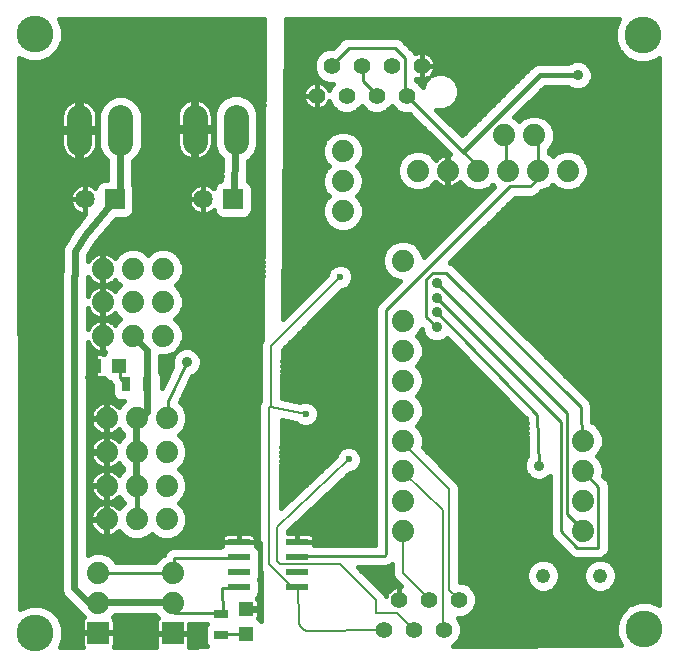
<source format=gtl>
G75*
%MOIN*%
%OFA0B0*%
%FSLAX24Y24*%
%IPPOS*%
%LPD*%
%AMOC8*
5,1,8,0,0,1.08239X$1,22.5*
%
%ADD10C,0.0480*%
%ADD11R,0.0780X0.0220*%
%ADD12C,0.0740*%
%ADD13C,0.0840*%
%ADD14R,0.0740X0.0740*%
%ADD15C,0.0560*%
%ADD16C,0.0650*%
%ADD17R,0.0650X0.0650*%
%ADD18R,0.0472X0.0472*%
%ADD19R,0.0472X0.0315*%
%ADD20R,0.0315X0.0472*%
%ADD21C,0.0100*%
%ADD22C,0.0360*%
%ADD23C,0.0240*%
%ADD24C,0.0079*%
%ADD25C,0.0236*%
%ADD26C,0.0160*%
%ADD27C,0.0354*%
%ADD28C,0.1227*%
D10*
X019080Y003175D03*
X020980Y003175D03*
D11*
X010875Y003300D03*
X010875Y003800D03*
X010875Y004300D03*
X010875Y002800D03*
X008935Y002800D03*
X008935Y003300D03*
X008935Y003800D03*
X008935Y004300D03*
D12*
X006730Y003250D03*
X006730Y002250D03*
X004255Y002275D03*
X004255Y003275D03*
X004530Y005050D03*
X005530Y005050D03*
X006530Y005050D03*
X006530Y006175D03*
X005530Y006175D03*
X004530Y006175D03*
X004530Y007300D03*
X005530Y007300D03*
X006530Y007300D03*
X006530Y008425D03*
X005530Y008425D03*
X004530Y008425D03*
X004405Y011175D03*
X005405Y011175D03*
X006405Y011175D03*
X006405Y012300D03*
X005405Y012300D03*
X004405Y012300D03*
X004405Y013400D03*
X005405Y013400D03*
X006405Y013400D03*
X012405Y015325D03*
X012405Y016325D03*
X012405Y017325D03*
X014905Y016675D03*
X015905Y016675D03*
X016905Y016675D03*
X017905Y016675D03*
X018905Y016675D03*
X019905Y016675D03*
X018780Y017850D03*
X017780Y017850D03*
X014405Y013675D03*
X014405Y011675D03*
X014405Y010675D03*
X014405Y009675D03*
X014405Y008675D03*
X014405Y007675D03*
X014405Y006675D03*
X014405Y005675D03*
X014405Y004675D03*
X020405Y004675D03*
X020405Y005675D03*
X020405Y006675D03*
X020405Y007675D03*
D13*
X008844Y017638D02*
X008844Y018478D01*
X007466Y018478D02*
X007466Y017638D01*
X004994Y017613D02*
X004994Y018453D01*
X003616Y018453D02*
X003616Y017613D01*
D14*
X004255Y001275D03*
X006730Y001250D03*
D15*
X013780Y001375D03*
X014780Y001375D03*
X015780Y001375D03*
X015280Y002375D03*
X014280Y002375D03*
X016280Y002375D03*
X014530Y019175D03*
X013530Y019175D03*
X012530Y019175D03*
X011530Y019175D03*
X012030Y020175D03*
X013030Y020175D03*
X014030Y020175D03*
X015030Y020175D03*
D16*
X007755Y015725D03*
X003805Y015725D03*
D17*
X004805Y015725D03*
X008755Y015725D03*
D18*
X004943Y010175D03*
X004117Y010175D03*
X009180Y002063D03*
X009180Y001236D03*
D19*
X008355Y001195D03*
X008355Y001904D03*
D20*
X005884Y009550D03*
X005176Y009550D03*
D21*
X005175Y009570D01*
X004965Y009780D01*
X004965Y010130D01*
X004943Y010175D01*
X005455Y011110D02*
X005405Y011175D01*
X005875Y009570D02*
X005884Y009550D01*
X005875Y009500D01*
X006575Y009010D02*
X006575Y008310D01*
X006530Y008425D01*
X006575Y009010D02*
X007200Y010285D01*
X005530Y008425D02*
X005525Y008240D01*
X005595Y008310D02*
X005530Y008425D01*
X005525Y007330D02*
X005530Y007300D01*
X005525Y007260D01*
X005525Y006210D02*
X005530Y006175D01*
X006785Y003760D02*
X006785Y003270D01*
X006730Y003250D01*
X006715Y003270D01*
X004265Y003270D01*
X004255Y003275D01*
X004265Y002290D02*
X004255Y002275D01*
X004195Y002290D01*
X006715Y002290D02*
X006730Y002250D01*
X006785Y002220D01*
X006785Y001940D01*
X008325Y001940D01*
X008355Y001904D01*
X008395Y001940D01*
X008385Y002755D01*
X008885Y002780D01*
X008935Y002800D01*
X008885Y003760D02*
X008935Y003800D01*
X008885Y003760D02*
X006785Y003760D01*
X008395Y001240D02*
X008355Y001195D01*
X008395Y001240D02*
X009165Y001240D01*
X009180Y001236D01*
X010875Y003800D02*
X010915Y003830D01*
X013735Y003830D01*
X013756Y003832D01*
X013776Y003837D01*
X013795Y003846D01*
X013812Y003858D01*
X013827Y003873D01*
X013839Y003890D01*
X013848Y003909D01*
X013853Y003929D01*
X013855Y003950D01*
X013855Y012020D01*
X017985Y016150D01*
X018650Y016150D01*
X018895Y016395D01*
X018895Y016640D01*
X018905Y016675D01*
X018895Y016710D01*
X018895Y017550D01*
X018825Y017620D01*
X018780Y017850D01*
X017845Y017620D02*
X017780Y017850D01*
X017845Y017620D02*
X017845Y016710D01*
X017905Y016675D01*
X016905Y016675D02*
X016865Y016710D01*
X016865Y016850D01*
X016410Y017305D01*
X016445Y017340D01*
X016410Y017305D02*
X014555Y019160D01*
X014530Y019175D01*
X014485Y019230D01*
X014485Y020423D01*
X014139Y020770D01*
X012595Y020770D01*
X012035Y020210D01*
X012030Y020175D01*
X013030Y020175D02*
X013085Y020140D01*
X013085Y019650D01*
X013505Y019230D01*
X013530Y019175D01*
X008844Y018058D02*
X008815Y017550D01*
X015185Y013070D02*
X015397Y013275D01*
X015852Y013272D01*
X020351Y008800D01*
X020365Y007680D01*
X020405Y007675D01*
X019665Y008310D02*
X019665Y004670D01*
X020225Y004110D01*
X020925Y004110D01*
X020925Y006140D01*
X020435Y006630D01*
X020405Y006675D01*
X018940Y006845D02*
X018890Y008545D01*
X015535Y011950D01*
X015185Y011810D02*
X015185Y013070D01*
X015535Y012930D02*
X019875Y008590D01*
X019875Y005230D01*
X020365Y004740D01*
X020405Y004675D01*
X019665Y008310D02*
X015535Y012440D01*
X015185Y011810D02*
X015535Y011460D01*
D22*
X015535Y011460D03*
X015535Y011950D03*
X015535Y012440D03*
X015535Y012930D03*
X018940Y006845D03*
X007200Y010285D03*
X020230Y019860D03*
D23*
X020215Y019875D01*
X008815Y017550D02*
X008790Y015735D01*
X008755Y015725D01*
X004969Y015614D02*
X004805Y015725D01*
X003830Y014550D01*
X003480Y014000D01*
X003480Y013200D01*
X003455Y013175D01*
X003455Y002750D01*
X003915Y002290D01*
X004270Y002290D01*
X004255Y002275D01*
X004270Y002290D02*
X006715Y002290D01*
X005530Y006175D02*
X005525Y006180D01*
X005525Y006284D01*
X005525Y007260D01*
X005530Y007300D02*
X005525Y007305D01*
X005525Y008240D01*
X005530Y008425D02*
X005875Y008645D01*
X005875Y009500D01*
X005875Y010705D01*
X005405Y011175D01*
X004969Y015614D02*
X004994Y018033D01*
D24*
X010005Y010830D02*
X012315Y013140D01*
X010005Y010830D02*
X010005Y008800D01*
X011164Y008566D01*
X010005Y008800D02*
X009935Y008800D01*
X009935Y003550D01*
X010635Y002850D01*
X010845Y002850D01*
X010875Y002800D01*
X010915Y002780D01*
X010940Y001686D01*
X010942Y001649D01*
X010948Y001612D01*
X010957Y001576D01*
X010971Y001541D01*
X010988Y001507D01*
X011008Y001476D01*
X011032Y001447D01*
X011058Y001421D01*
X011087Y001397D01*
X011119Y001377D01*
X011152Y001360D01*
X011187Y001346D01*
X011223Y001337D01*
X011260Y001331D01*
X011297Y001329D01*
X011297Y001330D02*
X013715Y001380D01*
X013780Y001375D01*
X013505Y001940D02*
X013505Y002360D01*
X012315Y003550D01*
X010407Y003550D01*
X010407Y003549D02*
X010381Y003551D01*
X010355Y003556D01*
X010330Y003564D01*
X010306Y003576D01*
X010284Y003591D01*
X010264Y003608D01*
X010247Y003628D01*
X010232Y003650D01*
X010220Y003674D01*
X010212Y003699D01*
X010207Y003725D01*
X010205Y003751D01*
X010205Y004810D01*
X012595Y007050D01*
X014405Y006675D02*
X014415Y006630D01*
X015745Y005350D01*
X015745Y001430D01*
X015780Y001375D01*
X014780Y001375D02*
X014765Y001380D01*
X014205Y001940D01*
X013505Y001940D01*
X014415Y003270D02*
X014415Y004670D01*
X014405Y004675D01*
X014415Y003270D02*
X015255Y002430D01*
X015280Y002375D01*
X015955Y002710D02*
X015955Y006070D01*
X014415Y007610D01*
X014405Y007675D01*
X015955Y002710D02*
X016235Y002430D01*
X016280Y002375D01*
X009218Y002025D02*
X009165Y002080D01*
X009180Y002063D01*
X004530Y007300D02*
X004545Y007330D01*
X015030Y020175D02*
X015045Y020210D01*
X015030Y020175D01*
X015030Y020175D01*
D25*
X012315Y013140D03*
X011164Y008566D03*
X012595Y007050D03*
D26*
X012234Y007308D02*
X010358Y007308D01*
X010356Y007150D02*
X012162Y007150D01*
X012157Y007137D02*
X012157Y007132D01*
X010336Y005425D01*
X010370Y008360D01*
X010847Y008263D01*
X010916Y008195D01*
X011077Y008128D01*
X011251Y008128D01*
X011412Y008195D01*
X011536Y008318D01*
X011602Y008479D01*
X011602Y008653D01*
X011536Y008814D01*
X011412Y008938D01*
X011251Y009004D01*
X011077Y009004D01*
X010989Y008968D01*
X010379Y009091D01*
X010398Y010714D01*
X012385Y012702D01*
X012402Y012702D01*
X012563Y012768D01*
X012686Y012892D01*
X012753Y013053D01*
X012753Y013227D01*
X012686Y013388D01*
X012563Y013511D01*
X012402Y013578D01*
X012228Y013578D01*
X012067Y013511D01*
X011944Y013388D01*
X011877Y013227D01*
X011877Y013210D01*
X010409Y011742D01*
X010525Y021726D01*
X021613Y021726D01*
X021472Y021385D01*
X021472Y021014D01*
X021614Y020671D01*
X021876Y020409D01*
X022219Y020266D01*
X022591Y020266D01*
X022934Y020409D01*
X022955Y020430D01*
X022955Y002203D01*
X022641Y002333D01*
X022269Y002333D01*
X021926Y002191D01*
X021664Y001929D01*
X021522Y001585D01*
X021522Y001214D01*
X021664Y000871D01*
X021670Y000864D01*
X016069Y000845D01*
X016120Y000866D01*
X016289Y001035D01*
X016380Y001255D01*
X016380Y001494D01*
X016289Y001715D01*
X016229Y001775D01*
X016399Y001775D01*
X016620Y001866D01*
X016789Y002035D01*
X016880Y002255D01*
X016880Y002494D01*
X016789Y002715D01*
X016620Y002883D01*
X016399Y002975D01*
X016314Y002975D01*
X016314Y006141D01*
X016260Y006273D01*
X015066Y007467D01*
X015095Y007538D01*
X015095Y007812D01*
X014990Y008066D01*
X014881Y008175D01*
X014990Y008284D01*
X015095Y008538D01*
X015095Y008812D01*
X014990Y009066D01*
X014881Y009175D01*
X014990Y009284D01*
X015095Y009538D01*
X015095Y009812D01*
X014990Y010066D01*
X014881Y010175D01*
X014990Y010284D01*
X015095Y010538D01*
X015095Y010812D01*
X014990Y011066D01*
X014881Y011175D01*
X014990Y011284D01*
X015035Y011393D01*
X015035Y011360D01*
X015111Y011177D01*
X015252Y011036D01*
X015436Y010960D01*
X015634Y010960D01*
X015818Y011036D01*
X015867Y011085D01*
X018524Y008389D01*
X018560Y007172D01*
X018516Y007128D01*
X018440Y006944D01*
X018440Y006745D01*
X018516Y006562D01*
X018657Y006421D01*
X018841Y006345D01*
X019039Y006345D01*
X019223Y006421D01*
X019295Y006493D01*
X019295Y004596D01*
X019351Y004460D01*
X019911Y003900D01*
X020015Y003796D01*
X020151Y003740D01*
X020999Y003740D01*
X021135Y003796D01*
X021239Y003900D01*
X021295Y004036D01*
X021295Y006213D01*
X021239Y006349D01*
X021082Y006506D01*
X021095Y006538D01*
X021095Y006812D01*
X020990Y007066D01*
X020881Y007175D01*
X020990Y007284D01*
X021095Y007538D01*
X021095Y007812D01*
X020990Y008066D01*
X020796Y008260D01*
X020727Y008288D01*
X020721Y008803D01*
X020721Y008874D01*
X020720Y008876D01*
X020720Y008878D01*
X020692Y008944D01*
X020664Y009010D01*
X020663Y009012D01*
X020662Y009013D01*
X020611Y009063D01*
X016114Y013533D01*
X016064Y013584D01*
X016062Y013585D01*
X016061Y013586D01*
X015994Y013614D01*
X015979Y013620D01*
X018138Y015780D01*
X018724Y015780D01*
X018860Y015836D01*
X018964Y015940D01*
X019008Y015985D01*
X019042Y015985D01*
X019296Y016090D01*
X019405Y016199D01*
X019514Y016090D01*
X019768Y015985D01*
X020042Y015985D01*
X020296Y016090D01*
X020490Y016284D01*
X020595Y016538D01*
X020595Y016812D01*
X020490Y017066D01*
X020296Y017260D01*
X020042Y017365D01*
X019768Y017365D01*
X019514Y017260D01*
X019405Y017151D01*
X019296Y017260D01*
X019265Y017273D01*
X019265Y017359D01*
X019365Y017459D01*
X019470Y017713D01*
X019470Y017987D01*
X019365Y018241D01*
X019171Y018435D01*
X018917Y018540D01*
X018643Y018540D01*
X018389Y018435D01*
X018280Y018326D01*
X018171Y018435D01*
X018125Y018454D01*
X019131Y019460D01*
X019923Y019460D01*
X019947Y019436D01*
X020131Y019360D01*
X020329Y019360D01*
X020513Y019436D01*
X020654Y019577D01*
X020730Y019760D01*
X020730Y019959D01*
X020654Y020143D01*
X020513Y020284D01*
X020329Y020360D01*
X020131Y020360D01*
X019947Y020284D01*
X019923Y020260D01*
X018885Y020260D01*
X018738Y020199D01*
X018626Y020086D01*
X016389Y017849D01*
X015527Y018711D01*
X015545Y018703D01*
X015790Y018703D01*
X016016Y018797D01*
X016189Y018970D01*
X016283Y019196D01*
X016283Y019441D01*
X016189Y019667D01*
X016016Y019840D01*
X015790Y019934D01*
X015545Y019934D01*
X015365Y019859D01*
X015381Y019875D01*
X015423Y019934D01*
X015456Y019998D01*
X015479Y020067D01*
X015490Y020139D01*
X015490Y020175D01*
X015490Y020211D01*
X015479Y020283D01*
X015456Y020351D01*
X015423Y020416D01*
X015381Y020474D01*
X015330Y020526D01*
X015271Y020568D01*
X015207Y020601D01*
X015138Y020623D01*
X015066Y020635D01*
X015030Y020635D01*
X014994Y020635D01*
X014922Y020623D01*
X014853Y020601D01*
X014819Y020584D01*
X014799Y020633D01*
X014348Y021083D01*
X014212Y021140D01*
X012521Y021140D01*
X012385Y021083D01*
X012077Y020775D01*
X011911Y020775D01*
X011690Y020683D01*
X011521Y020515D01*
X011430Y020294D01*
X011430Y020055D01*
X011521Y019835D01*
X011690Y019666D01*
X011911Y019575D01*
X012081Y019575D01*
X012021Y019515D01*
X011955Y019354D01*
X011923Y019416D01*
X011881Y019474D01*
X011830Y019526D01*
X011771Y019568D01*
X011707Y019601D01*
X011638Y019623D01*
X011566Y019635D01*
X011530Y019635D01*
X011494Y019635D01*
X011422Y019623D01*
X011353Y019601D01*
X011289Y019568D01*
X011230Y019526D01*
X011179Y019474D01*
X011137Y019416D01*
X011104Y019351D01*
X011081Y019283D01*
X011070Y019211D01*
X011070Y019175D01*
X011530Y019175D01*
X011530Y019635D01*
X011530Y019175D01*
X011530Y019175D01*
X011530Y019175D01*
X011070Y019175D01*
X011070Y019139D01*
X011081Y019067D01*
X011104Y018998D01*
X011137Y018934D01*
X011179Y018875D01*
X011230Y018824D01*
X011289Y018781D01*
X011353Y018749D01*
X011422Y018726D01*
X011494Y018715D01*
X011530Y018715D01*
X011566Y018715D01*
X011638Y018726D01*
X011707Y018749D01*
X011771Y018781D01*
X011830Y018824D01*
X011881Y018875D01*
X011923Y018934D01*
X011955Y018995D01*
X012021Y018835D01*
X012190Y018666D01*
X012411Y018575D01*
X012649Y018575D01*
X012870Y018666D01*
X013030Y018826D01*
X013190Y018666D01*
X013411Y018575D01*
X013649Y018575D01*
X013870Y018666D01*
X014030Y018826D01*
X014190Y018666D01*
X014411Y018575D01*
X014617Y018575D01*
X015970Y017221D01*
X015948Y017225D01*
X015925Y017225D01*
X015925Y016695D01*
X015885Y016695D01*
X015885Y017225D01*
X015862Y017225D01*
X015776Y017211D01*
X015694Y017185D01*
X015617Y017145D01*
X015547Y017094D01*
X015498Y017046D01*
X015490Y017066D01*
X015296Y017260D01*
X015042Y017365D01*
X014768Y017365D01*
X014514Y017260D01*
X014320Y017066D01*
X014215Y016812D01*
X014215Y016538D01*
X014320Y016284D01*
X014514Y016090D01*
X014768Y015985D01*
X015042Y015985D01*
X015296Y016090D01*
X015490Y016284D01*
X015498Y016304D01*
X015547Y016255D01*
X015617Y016204D01*
X015694Y016165D01*
X015776Y016138D01*
X015862Y016125D01*
X015885Y016125D01*
X015885Y016655D01*
X015925Y016655D01*
X015925Y016125D01*
X015948Y016125D01*
X016034Y016138D01*
X016116Y016165D01*
X016193Y016204D01*
X016263Y016255D01*
X016312Y016304D01*
X016320Y016284D01*
X016514Y016090D01*
X016768Y015985D01*
X017042Y015985D01*
X017296Y016090D01*
X017405Y016199D01*
X017458Y016146D01*
X015095Y013783D01*
X015095Y013812D01*
X014990Y014066D01*
X014796Y014260D01*
X014542Y014365D01*
X014268Y014365D01*
X014014Y014260D01*
X013820Y014066D01*
X013715Y013812D01*
X013715Y013538D01*
X013820Y013284D01*
X014014Y013090D01*
X014268Y012985D01*
X014297Y012985D01*
X013541Y012229D01*
X013485Y012093D01*
X013485Y004200D01*
X011445Y004200D01*
X011445Y004300D01*
X011445Y004434D01*
X011433Y004479D01*
X011409Y004520D01*
X011376Y004554D01*
X011334Y004578D01*
X011289Y004590D01*
X010875Y004590D01*
X010564Y004590D01*
X010564Y004654D01*
X012653Y006612D01*
X012682Y006612D01*
X012843Y006678D01*
X012966Y006802D01*
X013033Y006963D01*
X013033Y007137D01*
X012966Y007298D01*
X012843Y007421D01*
X012682Y007488D01*
X012508Y007488D01*
X012347Y007421D01*
X012224Y007298D01*
X012157Y007137D01*
X012007Y006991D02*
X010354Y006991D01*
X010353Y006833D02*
X011838Y006833D01*
X011669Y006674D02*
X010351Y006674D01*
X010349Y006516D02*
X011500Y006516D01*
X011331Y006357D02*
X010347Y006357D01*
X010345Y006199D02*
X011162Y006199D01*
X010992Y006040D02*
X010343Y006040D01*
X010342Y005882D02*
X010823Y005882D01*
X010654Y005723D02*
X010340Y005723D01*
X010338Y005565D02*
X010485Y005565D01*
X011029Y005089D02*
X013485Y005089D01*
X013485Y004931D02*
X010860Y004931D01*
X010691Y004772D02*
X013485Y004772D01*
X013485Y004614D02*
X010564Y004614D01*
X010875Y004590D02*
X010875Y004300D01*
X010875Y004300D01*
X010875Y004590D01*
X010875Y004455D02*
X010875Y004455D01*
X010875Y004300D02*
X011445Y004300D01*
X010875Y004300D01*
X010875Y004300D01*
X011445Y004297D02*
X013485Y004297D01*
X013485Y004455D02*
X011439Y004455D01*
X011198Y005248D02*
X013485Y005248D01*
X013485Y005406D02*
X011367Y005406D01*
X011536Y005565D02*
X013485Y005565D01*
X013485Y005723D02*
X011705Y005723D01*
X011874Y005882D02*
X013485Y005882D01*
X013485Y006040D02*
X012043Y006040D01*
X012213Y006199D02*
X013485Y006199D01*
X013485Y006357D02*
X012382Y006357D01*
X012551Y006516D02*
X013485Y006516D01*
X013485Y006674D02*
X012833Y006674D01*
X012979Y006833D02*
X013485Y006833D01*
X013485Y006991D02*
X013033Y006991D01*
X013028Y007150D02*
X013485Y007150D01*
X013485Y007308D02*
X012956Y007308D01*
X012733Y007467D02*
X013485Y007467D01*
X013485Y007625D02*
X010362Y007625D01*
X010360Y007467D02*
X012457Y007467D01*
X013485Y007784D02*
X010364Y007784D01*
X010365Y007942D02*
X013485Y007942D01*
X013485Y008101D02*
X010367Y008101D01*
X010369Y008259D02*
X010851Y008259D01*
X011477Y008259D02*
X013485Y008259D01*
X013485Y008418D02*
X011577Y008418D01*
X011602Y008576D02*
X013485Y008576D01*
X013485Y008735D02*
X011569Y008735D01*
X011457Y008893D02*
X013485Y008893D01*
X013485Y009052D02*
X010574Y009052D01*
X010380Y009210D02*
X013485Y009210D01*
X013485Y009369D02*
X010382Y009369D01*
X010384Y009527D02*
X013485Y009527D01*
X013485Y009686D02*
X010386Y009686D01*
X010387Y009844D02*
X013485Y009844D01*
X013485Y010003D02*
X010389Y010003D01*
X010391Y010161D02*
X013485Y010161D01*
X013485Y010320D02*
X010393Y010320D01*
X010395Y010478D02*
X013485Y010478D01*
X013485Y010637D02*
X010397Y010637D01*
X010479Y010795D02*
X013485Y010795D01*
X013485Y010954D02*
X010637Y010954D01*
X010796Y011112D02*
X013485Y011112D01*
X013485Y011271D02*
X010954Y011271D01*
X011113Y011429D02*
X013485Y011429D01*
X013485Y011588D02*
X011271Y011588D01*
X011430Y011746D02*
X013485Y011746D01*
X013485Y011905D02*
X011588Y011905D01*
X011747Y012063D02*
X013485Y012063D01*
X013538Y012222D02*
X011905Y012222D01*
X012064Y012380D02*
X013692Y012380D01*
X013851Y012539D02*
X012222Y012539D01*
X012381Y012697D02*
X014009Y012697D01*
X014168Y012856D02*
X012651Y012856D01*
X012737Y013014D02*
X014196Y013014D01*
X013931Y013173D02*
X012753Y013173D01*
X012710Y013331D02*
X013800Y013331D01*
X013735Y013490D02*
X012585Y013490D01*
X012045Y013490D02*
X010430Y013490D01*
X010431Y013648D02*
X013715Y013648D01*
X013715Y013807D02*
X010433Y013807D01*
X010435Y013965D02*
X013778Y013965D01*
X013878Y014124D02*
X010437Y014124D01*
X010439Y014282D02*
X014069Y014282D01*
X014741Y014282D02*
X015594Y014282D01*
X015436Y014124D02*
X014932Y014124D01*
X015032Y013965D02*
X015277Y013965D01*
X015119Y013807D02*
X015095Y013807D01*
X015753Y014441D02*
X010441Y014441D01*
X010442Y014599D02*
X015911Y014599D01*
X016070Y014758D02*
X012814Y014758D01*
X012796Y014740D02*
X012990Y014934D01*
X013095Y015188D01*
X013095Y015462D01*
X012990Y015716D01*
X012881Y015825D01*
X012990Y015934D01*
X013095Y016188D01*
X013095Y016462D01*
X012990Y016716D01*
X012881Y016825D01*
X012990Y016934D01*
X013095Y017188D01*
X013095Y017462D01*
X012990Y017716D01*
X012796Y017910D01*
X012542Y018015D01*
X012268Y018015D01*
X012014Y017910D01*
X011820Y017716D01*
X011715Y017462D01*
X011715Y017188D01*
X011820Y016934D01*
X011929Y016825D01*
X011820Y016716D01*
X011715Y016462D01*
X011715Y016188D01*
X011820Y015934D01*
X011929Y015825D01*
X011820Y015716D01*
X011715Y015462D01*
X011715Y015188D01*
X011820Y014934D01*
X012014Y014740D01*
X012268Y014635D01*
X012542Y014635D01*
X012796Y014740D01*
X012972Y014916D02*
X016228Y014916D01*
X016387Y015075D02*
X013048Y015075D01*
X013095Y015233D02*
X016545Y015233D01*
X016704Y015392D02*
X013095Y015392D01*
X013058Y015550D02*
X016862Y015550D01*
X017021Y015709D02*
X012993Y015709D01*
X012923Y015867D02*
X017179Y015867D01*
X017141Y016026D02*
X017338Y016026D01*
X017390Y016184D02*
X017420Y016184D01*
X016669Y016026D02*
X015141Y016026D01*
X015390Y016184D02*
X015656Y016184D01*
X015885Y016184D02*
X015925Y016184D01*
X015925Y016343D02*
X015885Y016343D01*
X015885Y016501D02*
X015925Y016501D01*
X015925Y016818D02*
X015885Y016818D01*
X015885Y016977D02*
X015925Y016977D01*
X015925Y017135D02*
X015885Y017135D01*
X015898Y017294D02*
X015214Y017294D01*
X015420Y017135D02*
X015603Y017135D01*
X015739Y017452D02*
X013095Y017452D01*
X013095Y017294D02*
X014596Y017294D01*
X014390Y017135D02*
X013073Y017135D01*
X013008Y016977D02*
X014283Y016977D01*
X014218Y016818D02*
X012887Y016818D01*
X013013Y016660D02*
X014215Y016660D01*
X014230Y016501D02*
X013079Y016501D01*
X013095Y016343D02*
X014296Y016343D01*
X014420Y016184D02*
X013094Y016184D01*
X013028Y016026D02*
X014669Y016026D01*
X016154Y016184D02*
X016420Y016184D01*
X017433Y015075D02*
X022955Y015075D01*
X022955Y015233D02*
X017592Y015233D01*
X017750Y015392D02*
X022955Y015392D01*
X022955Y015550D02*
X017909Y015550D01*
X018067Y015709D02*
X022955Y015709D01*
X022955Y015867D02*
X018891Y015867D01*
X019141Y016026D02*
X019669Y016026D01*
X019420Y016184D02*
X019390Y016184D01*
X020141Y016026D02*
X022955Y016026D01*
X022955Y016184D02*
X020390Y016184D01*
X020514Y016343D02*
X022955Y016343D01*
X022955Y016501D02*
X020580Y016501D01*
X020595Y016660D02*
X022955Y016660D01*
X022955Y016818D02*
X020592Y016818D01*
X020527Y016977D02*
X022955Y016977D01*
X022955Y017135D02*
X020420Y017135D01*
X020214Y017294D02*
X022955Y017294D01*
X022955Y017452D02*
X019358Y017452D01*
X019428Y017611D02*
X022955Y017611D01*
X022955Y017769D02*
X019470Y017769D01*
X019470Y017928D02*
X022955Y017928D01*
X022955Y018086D02*
X019429Y018086D01*
X019361Y018245D02*
X022955Y018245D01*
X022955Y018403D02*
X019202Y018403D01*
X018550Y018879D02*
X022955Y018879D01*
X022955Y019037D02*
X018708Y019037D01*
X018867Y019196D02*
X022955Y019196D01*
X022955Y019354D02*
X019025Y019354D01*
X018965Y019860D02*
X020230Y019860D01*
X020693Y019671D02*
X022955Y019671D01*
X022955Y019513D02*
X020590Y019513D01*
X020730Y019830D02*
X022955Y019830D01*
X022955Y019988D02*
X020718Y019988D01*
X020650Y020147D02*
X022955Y020147D01*
X022955Y020305D02*
X022685Y020305D01*
X022125Y020305D02*
X020461Y020305D01*
X019999Y020305D02*
X015471Y020305D01*
X015490Y020175D02*
X015030Y020175D01*
X015030Y020635D01*
X015030Y020175D01*
X015030Y020175D01*
X015030Y020175D01*
X015490Y020175D01*
X015490Y020147D02*
X018686Y020147D01*
X018528Y019988D02*
X015451Y019988D01*
X015250Y019770D02*
X015146Y019667D01*
X015061Y019461D01*
X015039Y019515D01*
X014870Y019683D01*
X014855Y019690D01*
X014855Y019748D01*
X014922Y019726D01*
X014994Y019715D01*
X015030Y019715D01*
X015066Y019715D01*
X015138Y019726D01*
X015207Y019749D01*
X015250Y019770D01*
X015151Y019671D02*
X014882Y019671D01*
X015030Y019715D02*
X015030Y020175D01*
X015030Y019715D01*
X015030Y019830D02*
X015030Y019830D01*
X015030Y019988D02*
X015030Y019988D01*
X015030Y020147D02*
X015030Y020147D01*
X015030Y020175D02*
X015030Y020175D01*
X015030Y020305D02*
X015030Y020305D01*
X015030Y020464D02*
X015030Y020464D01*
X015030Y020622D02*
X015030Y020622D01*
X014919Y020622D02*
X014803Y020622D01*
X014651Y020781D02*
X021568Y020781D01*
X021503Y020939D02*
X014492Y020939D01*
X014313Y021098D02*
X021472Y021098D01*
X021472Y021256D02*
X010519Y021256D01*
X010518Y021098D02*
X012420Y021098D01*
X012241Y020939D02*
X010516Y020939D01*
X010514Y020781D02*
X012083Y020781D01*
X011629Y020622D02*
X010512Y020622D01*
X010510Y020464D02*
X011500Y020464D01*
X011435Y020305D02*
X010508Y020305D01*
X010507Y020147D02*
X011430Y020147D01*
X011458Y019988D02*
X010505Y019988D01*
X010503Y019830D02*
X011526Y019830D01*
X011685Y019671D02*
X010501Y019671D01*
X010499Y019513D02*
X011218Y019513D01*
X011105Y019354D02*
X010497Y019354D01*
X010496Y019196D02*
X011070Y019196D01*
X011091Y019037D02*
X010494Y019037D01*
X010492Y018879D02*
X011176Y018879D01*
X011459Y018720D02*
X010490Y018720D01*
X010488Y018562D02*
X014630Y018562D01*
X014788Y018403D02*
X010486Y018403D01*
X010485Y018245D02*
X014947Y018245D01*
X015105Y018086D02*
X010483Y018086D01*
X010481Y017928D02*
X012058Y017928D01*
X011874Y017769D02*
X010479Y017769D01*
X010477Y017611D02*
X011777Y017611D01*
X011715Y017452D02*
X010475Y017452D01*
X010474Y017294D02*
X011715Y017294D01*
X011737Y017135D02*
X010472Y017135D01*
X010470Y016977D02*
X011802Y016977D01*
X011923Y016818D02*
X010468Y016818D01*
X010466Y016660D02*
X011797Y016660D01*
X011731Y016501D02*
X010464Y016501D01*
X010463Y016343D02*
X011715Y016343D01*
X011716Y016184D02*
X010461Y016184D01*
X010459Y016026D02*
X011782Y016026D01*
X011887Y015867D02*
X010457Y015867D01*
X010455Y015709D02*
X011817Y015709D01*
X011752Y015550D02*
X010453Y015550D01*
X010452Y015392D02*
X011715Y015392D01*
X011715Y015233D02*
X010450Y015233D01*
X010448Y015075D02*
X011762Y015075D01*
X011838Y014916D02*
X010446Y014916D01*
X010444Y014758D02*
X011996Y014758D01*
X011920Y013331D02*
X010428Y013331D01*
X010426Y013173D02*
X011840Y013173D01*
X011681Y013014D02*
X010424Y013014D01*
X010422Y012856D02*
X011523Y012856D01*
X011364Y012697D02*
X010420Y012697D01*
X010419Y012539D02*
X011206Y012539D01*
X011047Y012380D02*
X010417Y012380D01*
X010415Y012222D02*
X010889Y012222D01*
X010730Y012063D02*
X010413Y012063D01*
X010411Y011905D02*
X010572Y011905D01*
X010413Y011746D02*
X010409Y011746D01*
X009720Y011746D02*
X006827Y011746D01*
X006818Y011737D02*
X006990Y011909D01*
X007095Y012163D01*
X007095Y012437D01*
X006990Y012691D01*
X006831Y012850D01*
X006990Y013009D01*
X007095Y013263D01*
X007095Y013537D01*
X006990Y013791D01*
X006796Y013985D01*
X006542Y014090D01*
X006268Y014090D01*
X006014Y013985D01*
X005905Y013876D01*
X005796Y013985D01*
X005542Y014090D01*
X005268Y014090D01*
X005014Y013985D01*
X004820Y013791D01*
X004812Y013771D01*
X004763Y013819D01*
X004693Y013870D01*
X004616Y013910D01*
X004534Y013936D01*
X004448Y013950D01*
X004425Y013950D01*
X004425Y013420D01*
X004385Y013420D01*
X004385Y013950D01*
X004362Y013950D01*
X004276Y013936D01*
X004194Y013910D01*
X004117Y013870D01*
X004047Y013819D01*
X003985Y013758D01*
X003935Y013688D01*
X003920Y013659D01*
X003920Y013872D01*
X004186Y014290D01*
X004842Y015080D01*
X005194Y015080D01*
X005311Y015129D01*
X005401Y015219D01*
X005450Y015336D01*
X005450Y016113D01*
X005415Y016198D01*
X005423Y016996D01*
X005621Y017194D01*
X005734Y017466D01*
X005734Y018600D01*
X005621Y018872D01*
X005413Y019080D01*
X005141Y019193D01*
X004847Y019193D01*
X004575Y019080D01*
X004367Y018872D01*
X004254Y018600D01*
X004254Y017466D01*
X004367Y017194D01*
X004543Y017017D01*
X004537Y016370D01*
X004416Y016370D01*
X004299Y016321D01*
X004209Y016231D01*
X004160Y016113D01*
X004160Y016084D01*
X004134Y016110D01*
X004070Y016157D01*
X003999Y016193D01*
X003923Y016217D01*
X003845Y016230D01*
X003805Y016230D01*
X003765Y016230D01*
X003687Y016217D01*
X003611Y016193D01*
X003540Y016157D01*
X003476Y016110D01*
X003420Y016054D01*
X003373Y015989D01*
X003337Y015919D01*
X003312Y015843D01*
X003300Y015765D01*
X003300Y015725D01*
X003805Y015725D01*
X003805Y016230D01*
X003805Y015725D01*
X003805Y015725D01*
X003805Y015725D01*
X003300Y015725D01*
X003300Y015685D01*
X003312Y015607D01*
X003337Y015531D01*
X003373Y015460D01*
X003420Y015396D01*
X003476Y015340D01*
X003540Y015293D01*
X003611Y015257D01*
X003687Y015232D01*
X003765Y015220D01*
X003805Y015220D01*
X003814Y015220D01*
X003529Y014876D01*
X003506Y014860D01*
X003474Y014809D01*
X003436Y014763D01*
X003427Y014736D01*
X003135Y014277D01*
X003107Y014249D01*
X003088Y014204D01*
X003062Y014162D01*
X003055Y014124D01*
X001634Y014124D01*
X001634Y014282D02*
X003138Y014282D01*
X003055Y014124D02*
X003040Y014087D01*
X003040Y014038D01*
X003031Y013990D01*
X003040Y013952D01*
X003040Y013323D01*
X003015Y013262D01*
X003015Y002662D01*
X003082Y002501D01*
X003206Y002377D01*
X003650Y001933D01*
X003670Y001884D01*
X003770Y001784D01*
X003741Y001755D01*
X003717Y001714D01*
X003705Y001669D01*
X003705Y001295D01*
X004235Y001295D01*
X004235Y001255D01*
X003705Y001255D01*
X003705Y000881D01*
X003717Y000835D01*
X003736Y000803D01*
X002969Y000800D01*
X003088Y001089D01*
X003088Y001460D01*
X002946Y001804D01*
X002684Y002066D01*
X002341Y002208D01*
X001969Y002208D01*
X001648Y002075D01*
X001627Y020423D01*
X001944Y020291D01*
X002316Y020291D01*
X002659Y020434D01*
X002921Y020696D01*
X003063Y021039D01*
X003063Y021410D01*
X002933Y021726D01*
X009777Y021726D01*
X009716Y011049D01*
X009700Y011033D01*
X009646Y010901D01*
X009646Y009019D01*
X009630Y009003D01*
X009576Y008871D01*
X009576Y004112D01*
X009506Y004181D01*
X009505Y004182D01*
X009505Y004300D01*
X009505Y004434D01*
X009493Y004479D01*
X009469Y004520D01*
X009436Y004554D01*
X009394Y004578D01*
X009349Y004590D01*
X008935Y004590D01*
X008521Y004590D01*
X008476Y004578D01*
X008434Y004554D01*
X008401Y004520D01*
X008377Y004479D01*
X008365Y004434D01*
X008365Y004300D01*
X008935Y004300D01*
X008935Y004590D01*
X008935Y004300D01*
X008935Y004300D01*
X008935Y004300D01*
X009505Y004300D01*
X008935Y004300D01*
X008935Y004300D01*
X009455Y004300D01*
X009505Y004350D01*
X009505Y004297D02*
X009576Y004297D01*
X009505Y004350D02*
X009528Y004348D01*
X009551Y004343D01*
X009573Y004334D01*
X009593Y004321D01*
X009611Y004306D01*
X009626Y004288D01*
X009639Y004268D01*
X009648Y004246D01*
X009653Y004223D01*
X009655Y004200D01*
X009655Y003325D01*
X009645Y003332D02*
X009671Y003305D01*
X009662Y001679D01*
X009597Y001744D01*
X009580Y001751D01*
X009584Y001757D01*
X009596Y001803D01*
X009596Y002025D01*
X009218Y002025D01*
X009218Y002101D01*
X009596Y002101D01*
X009596Y002323D01*
X009584Y002369D01*
X009560Y002410D01*
X009529Y002441D01*
X009596Y002509D01*
X009645Y002626D01*
X009645Y002973D01*
X009613Y003050D01*
X009645Y003126D01*
X009645Y003332D01*
X009655Y003325D02*
X009647Y003324D01*
X009640Y003320D01*
X009635Y003315D01*
X009631Y003308D01*
X009630Y003300D01*
X009630Y002025D01*
X009629Y002035D01*
X009625Y002044D01*
X009619Y002052D01*
X009611Y002058D01*
X009602Y002062D01*
X009592Y002063D01*
X009180Y002063D01*
X009218Y002078D02*
X009664Y002078D01*
X009665Y002236D02*
X009596Y002236D01*
X009569Y002395D02*
X009666Y002395D01*
X009667Y002553D02*
X009615Y002553D01*
X009645Y002712D02*
X009668Y002712D01*
X009669Y002870D02*
X009645Y002870D01*
X009622Y003029D02*
X009670Y003029D01*
X009671Y003187D02*
X009645Y003187D01*
X009576Y004138D02*
X009549Y004138D01*
X009576Y004455D02*
X009499Y004455D01*
X009576Y004614D02*
X007070Y004614D01*
X007115Y004659D02*
X007220Y004913D01*
X007220Y005187D01*
X007115Y005441D01*
X006943Y005612D01*
X007115Y005784D01*
X007220Y006038D01*
X007220Y006312D01*
X007115Y006566D01*
X006943Y006737D01*
X007115Y006909D01*
X007220Y007163D01*
X007220Y007437D01*
X007115Y007691D01*
X006943Y007862D01*
X007115Y008034D01*
X007220Y008288D01*
X007220Y008562D01*
X007115Y008816D01*
X006965Y008965D01*
X007384Y009820D01*
X007483Y009861D01*
X007624Y010002D01*
X007700Y010185D01*
X007700Y010384D01*
X007624Y010568D01*
X007483Y010709D01*
X007299Y010785D01*
X007101Y010785D01*
X006917Y010709D01*
X006776Y010568D01*
X006700Y010384D01*
X006700Y010185D01*
X006718Y010142D01*
X006362Y009416D01*
X006362Y009850D01*
X006315Y009963D01*
X006315Y010485D01*
X006542Y010485D01*
X006796Y010590D01*
X006990Y010784D01*
X007095Y011038D01*
X007095Y011312D01*
X006990Y011566D01*
X006818Y011737D01*
X006968Y011588D02*
X009719Y011588D01*
X009718Y011429D02*
X007046Y011429D01*
X007095Y011271D02*
X009717Y011271D01*
X009716Y011112D02*
X007095Y011112D01*
X007060Y010954D02*
X009667Y010954D01*
X009646Y010795D02*
X006995Y010795D01*
X006845Y010637D02*
X006843Y010637D01*
X006739Y010478D02*
X006315Y010478D01*
X006315Y010320D02*
X006700Y010320D01*
X006710Y010161D02*
X006315Y010161D01*
X006315Y010003D02*
X006650Y010003D01*
X006572Y009844D02*
X006362Y009844D01*
X006362Y009686D02*
X006494Y009686D01*
X006417Y009527D02*
X006362Y009527D01*
X007085Y009210D02*
X009646Y009210D01*
X009646Y009052D02*
X007008Y009052D01*
X007037Y008893D02*
X009585Y008893D01*
X009576Y008735D02*
X007148Y008735D01*
X007214Y008576D02*
X009576Y008576D01*
X009576Y008418D02*
X007220Y008418D01*
X007208Y008259D02*
X009576Y008259D01*
X009576Y008101D02*
X007143Y008101D01*
X007023Y007942D02*
X009576Y007942D01*
X009576Y007784D02*
X007022Y007784D01*
X007142Y007625D02*
X009576Y007625D01*
X009576Y007467D02*
X007208Y007467D01*
X007220Y007308D02*
X009576Y007308D01*
X009576Y007150D02*
X007215Y007150D01*
X007149Y006991D02*
X009576Y006991D01*
X009576Y006833D02*
X007039Y006833D01*
X007006Y006674D02*
X009576Y006674D01*
X009576Y006516D02*
X007136Y006516D01*
X007201Y006357D02*
X009576Y006357D01*
X009576Y006199D02*
X007220Y006199D01*
X007220Y006040D02*
X009576Y006040D01*
X009576Y005882D02*
X007155Y005882D01*
X007054Y005723D02*
X009576Y005723D01*
X009576Y005565D02*
X006991Y005565D01*
X007129Y005406D02*
X009576Y005406D01*
X009576Y005248D02*
X007195Y005248D01*
X007220Y005089D02*
X009576Y005089D01*
X009576Y004931D02*
X007220Y004931D01*
X007162Y004772D02*
X009576Y004772D01*
X008935Y004455D02*
X008935Y004455D01*
X008935Y004300D02*
X008365Y004300D01*
X008365Y004182D01*
X008364Y004181D01*
X008312Y004130D01*
X006711Y004130D01*
X006575Y004073D01*
X006471Y003969D01*
X006431Y003873D01*
X006339Y003835D01*
X006145Y003641D01*
X006145Y003640D01*
X004851Y003640D01*
X004840Y003666D01*
X004646Y003860D01*
X004392Y003965D01*
X004118Y003965D01*
X003895Y003873D01*
X003895Y009759D01*
X004079Y009759D01*
X004079Y010137D01*
X004155Y010137D01*
X004155Y009759D01*
X004377Y009759D01*
X004422Y009771D01*
X004429Y009775D01*
X004436Y009757D01*
X004526Y009667D01*
X004629Y009625D01*
X004651Y009570D01*
X004698Y009523D01*
X004698Y009250D01*
X004747Y009132D01*
X004837Y009042D01*
X004955Y008994D01*
X005123Y008994D01*
X004945Y008816D01*
X004937Y008796D01*
X004888Y008844D01*
X004818Y008895D01*
X004741Y008935D01*
X004659Y008961D01*
X004573Y008975D01*
X004550Y008975D01*
X004550Y008445D01*
X004510Y008445D01*
X004510Y008975D01*
X004487Y008975D01*
X004401Y008961D01*
X004319Y008935D01*
X004242Y008895D01*
X004172Y008844D01*
X004110Y008783D01*
X004060Y008713D01*
X004020Y008636D01*
X003994Y008554D01*
X003980Y008468D01*
X003980Y008445D01*
X004510Y008445D01*
X004510Y008405D01*
X003980Y008405D01*
X003980Y008382D01*
X003994Y008296D01*
X004020Y008214D01*
X004060Y008137D01*
X004110Y008067D01*
X004172Y008005D01*
X004242Y007954D01*
X004319Y007915D01*
X004401Y007888D01*
X004487Y007875D01*
X004510Y007875D01*
X004510Y008405D01*
X004550Y008405D01*
X004550Y007875D01*
X004573Y007875D01*
X004659Y007888D01*
X004741Y007915D01*
X004818Y007954D01*
X004888Y008005D01*
X004937Y008054D01*
X004945Y008034D01*
X005085Y007894D01*
X005085Y007831D01*
X004945Y007691D01*
X004937Y007671D01*
X004888Y007719D01*
X004818Y007770D01*
X004741Y007810D01*
X004659Y007836D01*
X004573Y007850D01*
X004550Y007850D01*
X004550Y007320D01*
X004510Y007320D01*
X004510Y007850D01*
X004487Y007850D01*
X004401Y007836D01*
X004319Y007810D01*
X004242Y007770D01*
X004172Y007719D01*
X004110Y007658D01*
X004060Y007588D01*
X004020Y007511D01*
X003994Y007429D01*
X003980Y007343D01*
X003980Y007320D01*
X004510Y007320D01*
X004510Y007280D01*
X003980Y007280D01*
X003980Y007257D01*
X003994Y007171D01*
X004020Y007089D01*
X004060Y007012D01*
X004110Y006942D01*
X004172Y006880D01*
X004242Y006829D01*
X004319Y006790D01*
X004401Y006763D01*
X004487Y006750D01*
X004510Y006750D01*
X004510Y007280D01*
X004550Y007280D01*
X004550Y006750D01*
X004573Y006750D01*
X004659Y006763D01*
X004741Y006790D01*
X004818Y006829D01*
X004888Y006880D01*
X004937Y006929D01*
X004945Y006909D01*
X005085Y006769D01*
X005085Y006706D01*
X004945Y006566D01*
X004937Y006546D01*
X004888Y006594D01*
X004818Y006645D01*
X004741Y006685D01*
X004659Y006711D01*
X004573Y006725D01*
X004550Y006725D01*
X004550Y006195D01*
X004510Y006195D01*
X004510Y006725D01*
X004487Y006725D01*
X004401Y006711D01*
X004319Y006685D01*
X004242Y006645D01*
X004172Y006594D01*
X004110Y006533D01*
X004060Y006463D01*
X004020Y006386D01*
X003994Y006304D01*
X003980Y006218D01*
X003980Y006195D01*
X004510Y006195D01*
X004510Y006155D01*
X003980Y006155D01*
X003980Y006132D01*
X003994Y006046D01*
X004020Y005964D01*
X004060Y005887D01*
X004110Y005817D01*
X004172Y005755D01*
X004242Y005704D01*
X004319Y005665D01*
X004401Y005638D01*
X004487Y005625D01*
X004510Y005625D01*
X004510Y006155D01*
X004550Y006155D01*
X004550Y005625D01*
X004573Y005625D01*
X004659Y005638D01*
X004741Y005665D01*
X004818Y005704D01*
X004888Y005755D01*
X004937Y005804D01*
X004945Y005784D01*
X005117Y005612D01*
X004945Y005441D01*
X004937Y005421D01*
X004888Y005469D01*
X004818Y005520D01*
X004741Y005560D01*
X004659Y005586D01*
X004573Y005600D01*
X004550Y005600D01*
X004550Y005070D01*
X004510Y005070D01*
X004510Y005600D01*
X004487Y005600D01*
X004401Y005586D01*
X004319Y005560D01*
X004242Y005520D01*
X004172Y005469D01*
X004110Y005408D01*
X004060Y005338D01*
X004020Y005261D01*
X003994Y005179D01*
X003980Y005093D01*
X003980Y005070D01*
X004510Y005070D01*
X004510Y005030D01*
X003980Y005030D01*
X003980Y005007D01*
X003994Y004921D01*
X004020Y004839D01*
X004060Y004762D01*
X004110Y004692D01*
X004172Y004630D01*
X004242Y004579D01*
X004319Y004540D01*
X004401Y004513D01*
X004487Y004500D01*
X004510Y004500D01*
X004510Y005030D01*
X004550Y005030D01*
X004550Y004500D01*
X004573Y004500D01*
X004659Y004513D01*
X004741Y004540D01*
X004818Y004579D01*
X004888Y004630D01*
X004937Y004679D01*
X004945Y004659D01*
X005139Y004465D01*
X005393Y004360D01*
X005667Y004360D01*
X005921Y004465D01*
X006030Y004574D01*
X006139Y004465D01*
X006393Y004360D01*
X006667Y004360D01*
X006921Y004465D01*
X007115Y004659D01*
X006898Y004455D02*
X008371Y004455D01*
X008365Y004297D02*
X003895Y004297D01*
X003895Y004455D02*
X005162Y004455D01*
X004990Y004614D02*
X004866Y004614D01*
X004550Y004614D02*
X004510Y004614D01*
X004510Y004772D02*
X004550Y004772D01*
X004550Y004931D02*
X004510Y004931D01*
X004510Y005089D02*
X004550Y005089D01*
X004550Y005248D02*
X004510Y005248D01*
X004510Y005406D02*
X004550Y005406D01*
X004550Y005565D02*
X004510Y005565D01*
X004510Y005723D02*
X004550Y005723D01*
X004550Y005882D02*
X004510Y005882D01*
X004510Y006040D02*
X004550Y006040D01*
X004550Y006199D02*
X004510Y006199D01*
X004510Y006357D02*
X004550Y006357D01*
X004550Y006516D02*
X004510Y006516D01*
X004510Y006674D02*
X004550Y006674D01*
X004550Y006833D02*
X004510Y006833D01*
X004510Y006991D02*
X004550Y006991D01*
X004550Y007150D02*
X004510Y007150D01*
X004510Y007308D02*
X003895Y007308D01*
X003895Y007150D02*
X004000Y007150D01*
X004074Y006991D02*
X003895Y006991D01*
X003895Y006833D02*
X004237Y006833D01*
X004299Y006674D02*
X003895Y006674D01*
X003895Y006516D02*
X004098Y006516D01*
X004011Y006357D02*
X003895Y006357D01*
X003895Y006199D02*
X003980Y006199D01*
X003995Y006040D02*
X003895Y006040D01*
X003895Y005882D02*
X004063Y005882D01*
X004216Y005723D02*
X003895Y005723D01*
X003895Y005565D02*
X004335Y005565D01*
X004109Y005406D02*
X003895Y005406D01*
X003895Y005248D02*
X004016Y005248D01*
X003980Y005089D02*
X003895Y005089D01*
X003895Y004931D02*
X003992Y004931D01*
X004054Y004772D02*
X003895Y004772D01*
X003895Y004614D02*
X004194Y004614D01*
X003895Y004138D02*
X008321Y004138D01*
X006482Y003980D02*
X003895Y003980D01*
X004684Y003821D02*
X006326Y003821D01*
X006167Y003663D02*
X004841Y003663D01*
X005898Y004455D02*
X006162Y004455D01*
X005555Y005050D02*
X005530Y005050D01*
X005505Y005025D01*
X005530Y005075D02*
X005555Y005050D01*
X005530Y005075D02*
X005530Y006275D01*
X005555Y006250D01*
X005555Y006175D01*
X005054Y006674D02*
X004761Y006674D01*
X004823Y006833D02*
X005021Y006833D01*
X004550Y007467D02*
X004510Y007467D01*
X004510Y007625D02*
X004550Y007625D01*
X004550Y007784D02*
X004510Y007784D01*
X004510Y007942D02*
X004550Y007942D01*
X004550Y008101D02*
X004510Y008101D01*
X004510Y008259D02*
X004550Y008259D01*
X004510Y008418D02*
X003895Y008418D01*
X003895Y008576D02*
X004001Y008576D01*
X004075Y008735D02*
X003895Y008735D01*
X003895Y008893D02*
X004239Y008893D01*
X004510Y008893D02*
X004550Y008893D01*
X004550Y008735D02*
X004510Y008735D01*
X004510Y008576D02*
X004550Y008576D01*
X004821Y008893D02*
X005023Y008893D01*
X004827Y009052D02*
X003895Y009052D01*
X003895Y009210D02*
X004715Y009210D01*
X004698Y009369D02*
X003895Y009369D01*
X003895Y009527D02*
X004694Y009527D01*
X004507Y009686D02*
X003895Y009686D01*
X003880Y009800D02*
X003905Y009825D01*
X003905Y010550D01*
X004005Y010450D01*
X004005Y009850D01*
X003980Y009825D01*
X003930Y009875D01*
X003930Y010625D01*
X004117Y010438D01*
X004117Y010175D01*
X004155Y010213D02*
X004079Y010213D01*
X004079Y010591D01*
X003895Y010591D01*
X003895Y010965D01*
X003895Y010964D01*
X003935Y010887D01*
X003985Y010817D01*
X004047Y010755D01*
X004117Y010704D01*
X004194Y010665D01*
X004276Y010638D01*
X004362Y010625D01*
X004385Y010625D01*
X004385Y011155D01*
X004425Y011155D01*
X004425Y010625D01*
X004448Y010625D01*
X004472Y010629D01*
X004436Y010592D01*
X004429Y010575D01*
X004422Y010579D01*
X004377Y010591D01*
X004155Y010591D01*
X004155Y010213D01*
X004155Y010320D02*
X004079Y010320D01*
X004079Y010478D02*
X004155Y010478D01*
X004286Y010637D02*
X003895Y010637D01*
X003895Y010795D02*
X004007Y010795D01*
X003900Y010954D02*
X003895Y010954D01*
X003895Y011385D02*
X003895Y012090D01*
X003895Y012089D01*
X003935Y012012D01*
X003985Y011942D01*
X004047Y011880D01*
X004117Y011829D01*
X004194Y011790D01*
X004276Y011763D01*
X004362Y011750D01*
X004385Y011750D01*
X004385Y012280D01*
X004425Y012280D01*
X004425Y011750D01*
X004448Y011750D01*
X004534Y011763D01*
X004616Y011790D01*
X004693Y011829D01*
X004763Y011880D01*
X004812Y011929D01*
X004820Y011909D01*
X004992Y011737D01*
X004820Y011566D01*
X004812Y011546D01*
X004763Y011594D01*
X004693Y011645D01*
X004616Y011685D01*
X004534Y011711D01*
X004448Y011725D01*
X004425Y011725D01*
X004425Y011195D01*
X004385Y011195D01*
X004385Y011725D01*
X004362Y011725D01*
X004276Y011711D01*
X004194Y011685D01*
X004117Y011645D01*
X004047Y011594D01*
X003985Y011533D01*
X003935Y011463D01*
X003895Y011386D01*
X003895Y011385D01*
X003895Y011429D02*
X003917Y011429D01*
X003895Y011588D02*
X004040Y011588D01*
X003895Y011746D02*
X004983Y011746D01*
X004842Y011588D02*
X004770Y011588D01*
X004788Y011905D02*
X004824Y011905D01*
X004425Y011905D02*
X004385Y011905D01*
X004385Y012063D02*
X004425Y012063D01*
X004425Y012222D02*
X004385Y012222D01*
X004385Y012320D02*
X004385Y012850D01*
X004385Y013380D01*
X004425Y013380D01*
X004425Y012850D01*
X004448Y012850D01*
X004534Y012863D01*
X004616Y012890D01*
X004693Y012929D01*
X004763Y012980D01*
X004812Y013029D01*
X004820Y013009D01*
X004979Y012850D01*
X004820Y012691D01*
X004812Y012671D01*
X004763Y012719D01*
X004693Y012770D01*
X004616Y012810D01*
X004534Y012836D01*
X004448Y012850D01*
X004425Y012850D01*
X004425Y012320D01*
X004385Y012320D01*
X004385Y012380D02*
X004425Y012380D01*
X004425Y012539D02*
X004385Y012539D01*
X004385Y012697D02*
X004425Y012697D01*
X004385Y012850D02*
X004362Y012850D01*
X004385Y012850D01*
X004385Y012856D02*
X004425Y012856D01*
X004486Y012856D02*
X004973Y012856D01*
X004827Y012697D02*
X004785Y012697D01*
X004797Y013014D02*
X004818Y013014D01*
X004425Y013014D02*
X004385Y013014D01*
X004385Y013173D02*
X004425Y013173D01*
X004425Y013331D02*
X004385Y013331D01*
X004385Y013490D02*
X004425Y013490D01*
X004425Y013648D02*
X004385Y013648D01*
X004385Y013807D02*
X004425Y013807D01*
X004034Y013807D02*
X003920Y013807D01*
X003980Y013965D02*
X004995Y013965D01*
X004836Y013807D02*
X004776Y013807D01*
X004181Y014282D02*
X009735Y014282D01*
X009734Y014124D02*
X004080Y014124D01*
X004311Y014441D02*
X009735Y014441D01*
X009736Y014599D02*
X004443Y014599D01*
X004574Y014758D02*
X009737Y014758D01*
X009738Y014916D02*
X004706Y014916D01*
X004837Y015075D02*
X009739Y015075D01*
X009740Y015233D02*
X009357Y015233D01*
X009351Y015219D02*
X009400Y015336D01*
X009400Y016113D01*
X009351Y016231D01*
X009261Y016321D01*
X009238Y016331D01*
X009248Y017004D01*
X009263Y017011D01*
X009471Y017219D01*
X009584Y017491D01*
X009584Y018625D01*
X009471Y018897D01*
X009263Y019105D01*
X008991Y019218D01*
X008697Y019218D01*
X008425Y019105D01*
X008217Y018897D01*
X008104Y018625D01*
X008104Y017491D01*
X008217Y017219D01*
X008368Y017067D01*
X008359Y016367D01*
X008249Y016321D01*
X008159Y016231D01*
X008110Y016113D01*
X008110Y016084D01*
X008084Y016110D01*
X008020Y016157D01*
X007949Y016193D01*
X007873Y016217D01*
X007795Y016230D01*
X007755Y016230D01*
X007715Y016230D01*
X007637Y016217D01*
X007561Y016193D01*
X007490Y016157D01*
X007426Y016110D01*
X007370Y016054D01*
X007323Y015989D01*
X007287Y015919D01*
X007262Y015843D01*
X007250Y015765D01*
X007250Y015725D01*
X007755Y015725D01*
X007755Y016230D01*
X007755Y015725D01*
X007755Y015725D01*
X007755Y015725D01*
X007250Y015725D01*
X007250Y015685D01*
X007262Y015607D01*
X007287Y015531D01*
X007323Y015460D01*
X007370Y015396D01*
X007426Y015340D01*
X007490Y015293D01*
X007561Y015257D01*
X007637Y015232D01*
X007715Y015220D01*
X007755Y015220D01*
X007795Y015220D01*
X007873Y015232D01*
X007949Y015257D01*
X008020Y015293D01*
X008084Y015340D01*
X008110Y015366D01*
X008110Y015336D01*
X008159Y015219D01*
X008249Y015129D01*
X008366Y015080D01*
X009144Y015080D01*
X009261Y015129D01*
X009351Y015219D01*
X009400Y015392D02*
X009741Y015392D01*
X009742Y015550D02*
X009400Y015550D01*
X009400Y015709D02*
X009743Y015709D01*
X009744Y015867D02*
X009400Y015867D01*
X009400Y016026D02*
X009745Y016026D01*
X009745Y016184D02*
X009371Y016184D01*
X009238Y016343D02*
X009746Y016343D01*
X009747Y016501D02*
X009241Y016501D01*
X009243Y016660D02*
X009748Y016660D01*
X009749Y016818D02*
X009245Y016818D01*
X009247Y016977D02*
X009750Y016977D01*
X009751Y017135D02*
X009388Y017135D01*
X009502Y017294D02*
X009752Y017294D01*
X009753Y017452D02*
X009568Y017452D01*
X009584Y017611D02*
X009754Y017611D01*
X009755Y017769D02*
X009584Y017769D01*
X009584Y017928D02*
X009756Y017928D01*
X009756Y018086D02*
X009584Y018086D01*
X009584Y018245D02*
X009757Y018245D01*
X009758Y018403D02*
X009584Y018403D01*
X009584Y018562D02*
X009759Y018562D01*
X009760Y018720D02*
X009545Y018720D01*
X009479Y018879D02*
X009761Y018879D01*
X009762Y019037D02*
X009331Y019037D01*
X009044Y019196D02*
X009763Y019196D01*
X009764Y019354D02*
X001628Y019354D01*
X001628Y019196D02*
X008644Y019196D01*
X008357Y019037D02*
X007686Y019037D01*
X007696Y019034D02*
X007607Y019063D01*
X007526Y019076D01*
X007526Y018118D01*
X007406Y018118D01*
X007406Y019076D01*
X007326Y019063D01*
X007236Y019034D01*
X007152Y018991D01*
X007075Y018936D01*
X007008Y018869D01*
X006953Y018792D01*
X006910Y018708D01*
X006881Y018618D01*
X006866Y018525D01*
X006866Y018118D01*
X007406Y018118D01*
X007406Y017998D01*
X006866Y017998D01*
X006866Y017591D01*
X006881Y017497D01*
X006910Y017408D01*
X006953Y017323D01*
X007008Y017247D01*
X007075Y017180D01*
X007152Y017125D01*
X007236Y017082D01*
X007326Y017053D01*
X007406Y017040D01*
X007406Y017998D01*
X007526Y017998D01*
X007526Y018118D01*
X008066Y018118D01*
X008066Y018525D01*
X008051Y018618D01*
X008022Y018708D01*
X007979Y018792D01*
X007924Y018869D01*
X007857Y018936D01*
X007780Y018991D01*
X007696Y019034D01*
X007526Y019037D02*
X007406Y019037D01*
X007406Y018879D02*
X007526Y018879D01*
X007526Y018720D02*
X007406Y018720D01*
X007406Y018562D02*
X007526Y018562D01*
X007526Y018403D02*
X007406Y018403D01*
X007406Y018245D02*
X007526Y018245D01*
X007526Y018086D02*
X008104Y018086D01*
X008066Y017998D02*
X007526Y017998D01*
X007526Y017040D01*
X007607Y017053D01*
X007696Y017082D01*
X007780Y017125D01*
X007857Y017180D01*
X007924Y017247D01*
X007979Y017323D01*
X008022Y017408D01*
X008051Y017497D01*
X008066Y017591D01*
X008066Y017998D01*
X008066Y017928D02*
X008104Y017928D01*
X008104Y017769D02*
X008066Y017769D01*
X008066Y017611D02*
X008104Y017611D01*
X008120Y017452D02*
X008037Y017452D01*
X007958Y017294D02*
X008186Y017294D01*
X008300Y017135D02*
X007795Y017135D01*
X007526Y017135D02*
X007406Y017135D01*
X007406Y017294D02*
X007526Y017294D01*
X007526Y017452D02*
X007406Y017452D01*
X007406Y017611D02*
X007526Y017611D01*
X007526Y017769D02*
X007406Y017769D01*
X007406Y017928D02*
X007526Y017928D01*
X007406Y018086D02*
X005734Y018086D01*
X005734Y017928D02*
X006866Y017928D01*
X006866Y017769D02*
X005734Y017769D01*
X005734Y017611D02*
X006866Y017611D01*
X006895Y017452D02*
X005728Y017452D01*
X005663Y017294D02*
X006974Y017294D01*
X007137Y017135D02*
X005563Y017135D01*
X005423Y016977D02*
X008367Y016977D01*
X008365Y016818D02*
X005421Y016818D01*
X005420Y016660D02*
X008363Y016660D01*
X008361Y016501D02*
X005418Y016501D01*
X005417Y016343D02*
X008301Y016343D01*
X008139Y016184D02*
X007965Y016184D01*
X007755Y016184D02*
X007755Y016184D01*
X007755Y016026D02*
X007755Y016026D01*
X007755Y015867D02*
X007755Y015867D01*
X007755Y015725D02*
X007755Y015220D01*
X007755Y015725D01*
X007755Y015725D01*
X007755Y015709D02*
X007755Y015709D01*
X007755Y015550D02*
X007755Y015550D01*
X007755Y015392D02*
X007755Y015392D01*
X007755Y015233D02*
X007755Y015233D01*
X007877Y015233D02*
X008153Y015233D01*
X007633Y015233D02*
X005407Y015233D01*
X005450Y015392D02*
X007374Y015392D01*
X007281Y015550D02*
X005450Y015550D01*
X005450Y015709D02*
X007250Y015709D01*
X007270Y015867D02*
X005450Y015867D01*
X005450Y016026D02*
X007350Y016026D01*
X007545Y016184D02*
X005421Y016184D01*
X004538Y016501D02*
X001631Y016501D01*
X001632Y016343D02*
X004351Y016343D01*
X004189Y016184D02*
X004015Y016184D01*
X003805Y016184D02*
X003805Y016184D01*
X003805Y016026D02*
X003805Y016026D01*
X003805Y015867D02*
X003805Y015867D01*
X003805Y015725D02*
X003805Y015220D01*
X003805Y015725D01*
X003805Y015725D01*
X003805Y015709D02*
X003805Y015709D01*
X003805Y015550D02*
X003805Y015550D01*
X003805Y015392D02*
X003805Y015392D01*
X003805Y015233D02*
X003805Y015233D01*
X003683Y015233D02*
X001633Y015233D01*
X001633Y015075D02*
X003694Y015075D01*
X003562Y014916D02*
X001633Y014916D01*
X001633Y014758D02*
X003434Y014758D01*
X003340Y014599D02*
X001634Y014599D01*
X001634Y014441D02*
X003239Y014441D01*
X003037Y013965D02*
X001634Y013965D01*
X001635Y013807D02*
X003040Y013807D01*
X003040Y013648D02*
X001635Y013648D01*
X001635Y013490D02*
X003040Y013490D01*
X003040Y013331D02*
X001635Y013331D01*
X001635Y013173D02*
X003015Y013173D01*
X003015Y013014D02*
X001635Y013014D01*
X001636Y012856D02*
X003015Y012856D01*
X003015Y012697D02*
X001636Y012697D01*
X001636Y012539D02*
X003015Y012539D01*
X003015Y012380D02*
X001636Y012380D01*
X001636Y012222D02*
X003015Y012222D01*
X003015Y012063D02*
X001637Y012063D01*
X001637Y011905D02*
X003015Y011905D01*
X003015Y011746D02*
X001637Y011746D01*
X001637Y011588D02*
X003015Y011588D01*
X003015Y011429D02*
X001637Y011429D01*
X001637Y011271D02*
X003015Y011271D01*
X003015Y011112D02*
X001638Y011112D01*
X001638Y010954D02*
X003015Y010954D01*
X003015Y010795D02*
X001638Y010795D01*
X001638Y010637D02*
X003015Y010637D01*
X003015Y010478D02*
X001638Y010478D01*
X001639Y010320D02*
X003015Y010320D01*
X003015Y010161D02*
X001639Y010161D01*
X001639Y010003D02*
X003015Y010003D01*
X003015Y009844D02*
X001639Y009844D01*
X001639Y009686D02*
X003015Y009686D01*
X003015Y009527D02*
X001640Y009527D01*
X001640Y009369D02*
X003015Y009369D01*
X003015Y009210D02*
X001640Y009210D01*
X001640Y009052D02*
X003015Y009052D01*
X003015Y008893D02*
X001640Y008893D01*
X001640Y008735D02*
X003015Y008735D01*
X003015Y008576D02*
X001641Y008576D01*
X001641Y008418D02*
X003015Y008418D01*
X003015Y008259D02*
X001641Y008259D01*
X001641Y008101D02*
X003015Y008101D01*
X003015Y007942D02*
X001641Y007942D01*
X001642Y007784D02*
X003015Y007784D01*
X003015Y007625D02*
X001642Y007625D01*
X001642Y007467D02*
X003015Y007467D01*
X003015Y007308D02*
X001642Y007308D01*
X001642Y007150D02*
X003015Y007150D01*
X003015Y006991D02*
X001642Y006991D01*
X001643Y006833D02*
X003015Y006833D01*
X003015Y006674D02*
X001643Y006674D01*
X001643Y006516D02*
X003015Y006516D01*
X003015Y006357D02*
X001643Y006357D01*
X001643Y006199D02*
X003015Y006199D01*
X003015Y006040D02*
X001644Y006040D01*
X001644Y005882D02*
X003015Y005882D01*
X003015Y005723D02*
X001644Y005723D01*
X001644Y005565D02*
X003015Y005565D01*
X003015Y005406D02*
X001644Y005406D01*
X001644Y005248D02*
X003015Y005248D01*
X003015Y005089D02*
X001645Y005089D01*
X001645Y004931D02*
X003015Y004931D01*
X003015Y004772D02*
X001645Y004772D01*
X001645Y004614D02*
X003015Y004614D01*
X003015Y004455D02*
X001645Y004455D01*
X001646Y004297D02*
X003015Y004297D01*
X003015Y004138D02*
X001646Y004138D01*
X001646Y003980D02*
X003015Y003980D01*
X003015Y003821D02*
X001646Y003821D01*
X001646Y003663D02*
X003015Y003663D01*
X003015Y003504D02*
X001646Y003504D01*
X001647Y003346D02*
X003015Y003346D01*
X003015Y003187D02*
X001647Y003187D01*
X001647Y003029D02*
X003015Y003029D01*
X003015Y002870D02*
X001647Y002870D01*
X001647Y002712D02*
X003015Y002712D01*
X003060Y002553D02*
X001648Y002553D01*
X001648Y002395D02*
X003188Y002395D01*
X003346Y002236D02*
X001648Y002236D01*
X001648Y002078D02*
X001655Y002078D01*
X002655Y002078D02*
X003505Y002078D01*
X003655Y001919D02*
X002830Y001919D01*
X002964Y001761D02*
X003746Y001761D01*
X003705Y001602D02*
X003030Y001602D01*
X003088Y001444D02*
X003705Y001444D01*
X003705Y001127D02*
X003088Y001127D01*
X003088Y001285D02*
X004235Y001285D01*
X004275Y001285D02*
X006180Y001285D01*
X006180Y001270D02*
X006710Y001270D01*
X006710Y001230D01*
X006180Y001230D01*
X006180Y000856D01*
X006192Y000811D01*
X004776Y000807D01*
X004793Y000835D01*
X004805Y000881D01*
X004805Y001255D01*
X004275Y001255D01*
X004275Y001295D01*
X004805Y001295D01*
X004805Y001669D01*
X004793Y001714D01*
X004769Y001755D01*
X004740Y001784D01*
X004806Y001850D01*
X006154Y001850D01*
X006245Y001759D01*
X006216Y001730D01*
X006192Y001689D01*
X006180Y001644D01*
X006180Y001270D01*
X006180Y001127D02*
X004805Y001127D01*
X004805Y000968D02*
X006180Y000968D01*
X006180Y001444D02*
X004805Y001444D01*
X004805Y001602D02*
X006180Y001602D01*
X006243Y001761D02*
X004764Y001761D01*
X004778Y000810D02*
X005723Y000810D01*
X006750Y001230D02*
X006750Y001270D01*
X007280Y001270D01*
X007280Y001570D01*
X007846Y001570D01*
X007847Y001565D01*
X007863Y001550D01*
X007847Y001534D01*
X007799Y001417D01*
X007799Y000974D01*
X007847Y000857D01*
X007887Y000817D01*
X007269Y000815D01*
X007280Y000856D01*
X007280Y001230D01*
X006750Y001230D01*
X007280Y001285D02*
X007799Y001285D01*
X007799Y001127D02*
X007280Y001127D01*
X007280Y000968D02*
X007801Y000968D01*
X007810Y001444D02*
X007280Y001444D01*
X009585Y001761D02*
X009662Y001761D01*
X009663Y001919D02*
X009596Y001919D01*
X012913Y003460D02*
X013832Y003460D01*
X014013Y003534D01*
X014056Y003577D01*
X014056Y003198D01*
X014110Y003066D01*
X014211Y002965D01*
X014347Y002830D01*
X014316Y002835D01*
X014280Y002835D01*
X014244Y002835D01*
X014172Y002823D01*
X014103Y002801D01*
X014039Y002768D01*
X013980Y002726D01*
X013929Y002674D01*
X013887Y002616D01*
X013854Y002551D01*
X013837Y002499D01*
X013810Y002563D01*
X012913Y003460D01*
X013027Y003346D02*
X014056Y003346D01*
X014056Y003504D02*
X013940Y003504D01*
X014013Y003534D02*
X014013Y003534D01*
X014060Y003187D02*
X013186Y003187D01*
X013344Y003029D02*
X014148Y003029D01*
X014306Y002870D02*
X013503Y002870D01*
X013661Y002712D02*
X013966Y002712D01*
X013855Y002553D02*
X013814Y002553D01*
X014280Y002553D02*
X014280Y002553D01*
X014280Y002395D02*
X014280Y002395D01*
X014280Y002375D02*
X014280Y002835D01*
X014280Y002375D01*
X014280Y002375D01*
X014280Y002712D02*
X014280Y002712D01*
X016314Y003029D02*
X018534Y003029D01*
X018520Y003063D02*
X018605Y002858D01*
X018763Y002700D01*
X018969Y002615D01*
X019191Y002615D01*
X019397Y002700D01*
X019555Y002858D01*
X019640Y003063D01*
X019640Y003286D01*
X019555Y003492D01*
X019397Y003650D01*
X019191Y003735D01*
X018969Y003735D01*
X018763Y003650D01*
X018605Y003492D01*
X018520Y003286D01*
X018520Y003063D01*
X018520Y003187D02*
X016314Y003187D01*
X016314Y003346D02*
X018545Y003346D01*
X018618Y003504D02*
X016314Y003504D01*
X016314Y003663D02*
X018795Y003663D01*
X019365Y003663D02*
X020695Y003663D01*
X020663Y003650D02*
X020505Y003492D01*
X020420Y003286D01*
X020420Y003063D01*
X020505Y002858D01*
X020663Y002700D01*
X020869Y002615D01*
X021091Y002615D01*
X021297Y002700D01*
X021455Y002858D01*
X021540Y003063D01*
X021540Y003286D01*
X021455Y003492D01*
X021297Y003650D01*
X021091Y003735D01*
X020869Y003735D01*
X020663Y003650D01*
X020518Y003504D02*
X019542Y003504D01*
X019615Y003346D02*
X020445Y003346D01*
X020420Y003187D02*
X019640Y003187D01*
X019626Y003029D02*
X020434Y003029D01*
X020500Y002870D02*
X019560Y002870D01*
X019409Y002712D02*
X020651Y002712D01*
X021309Y002712D02*
X022955Y002712D01*
X022955Y002870D02*
X021460Y002870D01*
X021526Y003029D02*
X022955Y003029D01*
X022955Y003187D02*
X021540Y003187D01*
X021515Y003346D02*
X022955Y003346D01*
X022955Y003504D02*
X021442Y003504D01*
X021265Y003663D02*
X022955Y003663D01*
X022955Y003821D02*
X021160Y003821D01*
X021272Y003980D02*
X022955Y003980D01*
X022955Y004138D02*
X021295Y004138D01*
X021295Y004297D02*
X022955Y004297D01*
X022955Y004455D02*
X021295Y004455D01*
X021295Y004614D02*
X022955Y004614D01*
X022955Y004772D02*
X021295Y004772D01*
X021295Y004931D02*
X022955Y004931D01*
X022955Y005089D02*
X021295Y005089D01*
X021295Y005248D02*
X022955Y005248D01*
X022955Y005406D02*
X021295Y005406D01*
X021295Y005565D02*
X022955Y005565D01*
X022955Y005723D02*
X021295Y005723D01*
X021295Y005882D02*
X022955Y005882D01*
X022955Y006040D02*
X021295Y006040D01*
X021295Y006199D02*
X022955Y006199D01*
X022955Y006357D02*
X021231Y006357D01*
X021086Y006516D02*
X022955Y006516D01*
X022955Y006674D02*
X021095Y006674D01*
X021086Y006833D02*
X022955Y006833D01*
X022955Y006991D02*
X021021Y006991D01*
X020906Y007150D02*
X022955Y007150D01*
X022955Y007308D02*
X021000Y007308D01*
X021066Y007467D02*
X022955Y007467D01*
X022955Y007625D02*
X021095Y007625D01*
X021095Y007784D02*
X022955Y007784D01*
X022955Y007942D02*
X021041Y007942D01*
X020955Y008101D02*
X022955Y008101D01*
X022955Y008259D02*
X020796Y008259D01*
X020726Y008418D02*
X022955Y008418D01*
X022955Y008576D02*
X020724Y008576D01*
X020722Y008735D02*
X022955Y008735D01*
X022955Y008893D02*
X020713Y008893D01*
X020623Y009052D02*
X022955Y009052D01*
X022955Y009210D02*
X020463Y009210D01*
X020303Y009369D02*
X022955Y009369D01*
X022955Y009527D02*
X020144Y009527D01*
X019985Y009686D02*
X022955Y009686D01*
X022955Y009844D02*
X019825Y009844D01*
X019666Y010003D02*
X022955Y010003D01*
X022955Y010161D02*
X019506Y010161D01*
X019347Y010320D02*
X022955Y010320D01*
X022955Y010478D02*
X019187Y010478D01*
X019028Y010637D02*
X022955Y010637D01*
X022955Y010795D02*
X018868Y010795D01*
X018709Y010954D02*
X022955Y010954D01*
X022955Y011112D02*
X018550Y011112D01*
X018390Y011271D02*
X022955Y011271D01*
X022955Y011429D02*
X018231Y011429D01*
X018071Y011588D02*
X022955Y011588D01*
X022955Y011746D02*
X017912Y011746D01*
X017752Y011905D02*
X022955Y011905D01*
X022955Y012063D02*
X017593Y012063D01*
X017433Y012222D02*
X022955Y012222D01*
X022955Y012380D02*
X017274Y012380D01*
X017114Y012539D02*
X022955Y012539D01*
X022955Y012697D02*
X016955Y012697D01*
X016796Y012856D02*
X022955Y012856D01*
X022955Y013014D02*
X016636Y013014D01*
X016477Y013173D02*
X022955Y013173D01*
X022955Y013331D02*
X016317Y013331D01*
X016158Y013490D02*
X022955Y013490D01*
X022955Y013648D02*
X016007Y013648D01*
X016165Y013807D02*
X022955Y013807D01*
X022955Y013965D02*
X016324Y013965D01*
X016482Y014124D02*
X022955Y014124D01*
X022955Y014282D02*
X016641Y014282D01*
X016799Y014441D02*
X022955Y014441D01*
X022955Y014599D02*
X016958Y014599D01*
X017116Y014758D02*
X022955Y014758D01*
X022955Y014916D02*
X017275Y014916D01*
X019265Y017294D02*
X019596Y017294D01*
X018358Y018403D02*
X018202Y018403D01*
X018233Y018562D02*
X022955Y018562D01*
X022955Y018720D02*
X018391Y018720D01*
X017735Y019196D02*
X016283Y019196D01*
X016283Y019354D02*
X017894Y019354D01*
X018052Y019513D02*
X016253Y019513D01*
X016185Y019671D02*
X018211Y019671D01*
X018369Y019830D02*
X016027Y019830D01*
X015389Y020464D02*
X021821Y020464D01*
X021662Y020622D02*
X015141Y020622D01*
X015082Y019513D02*
X015039Y019513D01*
X015832Y018720D02*
X017260Y018720D01*
X017101Y018562D02*
X015676Y018562D01*
X015835Y018403D02*
X016943Y018403D01*
X016784Y018245D02*
X015993Y018245D01*
X016152Y018086D02*
X016626Y018086D01*
X016467Y017928D02*
X016310Y017928D01*
X016445Y017340D02*
X018965Y019860D01*
X017577Y019037D02*
X016217Y019037D01*
X016098Y018879D02*
X017418Y018879D01*
X015581Y017611D02*
X013033Y017611D01*
X012936Y017769D02*
X015422Y017769D01*
X015264Y017928D02*
X012752Y017928D01*
X012924Y018720D02*
X013136Y018720D01*
X013924Y018720D02*
X014136Y018720D01*
X012136Y018720D02*
X011601Y018720D01*
X011530Y018720D02*
X011530Y018720D01*
X011530Y018715D02*
X011530Y019175D01*
X011530Y019175D01*
X011530Y018715D01*
X011530Y018879D02*
X011530Y018879D01*
X011530Y019037D02*
X011530Y019037D01*
X011530Y019196D02*
X011530Y019196D01*
X011530Y019354D02*
X011530Y019354D01*
X011530Y019513D02*
X011530Y019513D01*
X011842Y019513D02*
X012021Y019513D01*
X011955Y019354D02*
X011955Y019354D01*
X012003Y018879D02*
X011884Y018879D01*
X009765Y019513D02*
X001628Y019513D01*
X001628Y019671D02*
X009766Y019671D01*
X009766Y019830D02*
X001628Y019830D01*
X001627Y019988D02*
X009767Y019988D01*
X009768Y020147D02*
X001627Y020147D01*
X001627Y020305D02*
X001911Y020305D01*
X002349Y020305D02*
X009769Y020305D01*
X009770Y020464D02*
X002689Y020464D01*
X002848Y020622D02*
X009771Y020622D01*
X009772Y020781D02*
X002956Y020781D01*
X003022Y020939D02*
X009773Y020939D01*
X009774Y021098D02*
X003063Y021098D01*
X003063Y021256D02*
X009775Y021256D01*
X009776Y021415D02*
X003062Y021415D01*
X002996Y021573D02*
X009777Y021573D01*
X010523Y021573D02*
X021549Y021573D01*
X021484Y021415D02*
X010521Y021415D01*
X008209Y018879D02*
X007914Y018879D01*
X008016Y018720D02*
X008143Y018720D01*
X008104Y018562D02*
X008060Y018562D01*
X008066Y018403D02*
X008104Y018403D01*
X008104Y018245D02*
X008066Y018245D01*
X007246Y019037D02*
X005456Y019037D01*
X005615Y018879D02*
X007018Y018879D01*
X006916Y018720D02*
X005684Y018720D01*
X005734Y018562D02*
X006872Y018562D01*
X006866Y018403D02*
X005734Y018403D01*
X005734Y018245D02*
X006866Y018245D01*
X004532Y019037D02*
X003759Y019037D01*
X003757Y019038D02*
X003676Y019051D01*
X003676Y018093D01*
X003556Y018093D01*
X003556Y019051D01*
X003476Y019038D01*
X003386Y019009D01*
X003302Y018966D01*
X003225Y018911D01*
X003158Y018844D01*
X003103Y018767D01*
X003060Y018683D01*
X003031Y018593D01*
X003016Y018500D01*
X003016Y018093D01*
X003556Y018093D01*
X003556Y017973D01*
X003016Y017973D01*
X003016Y017566D01*
X003031Y017472D01*
X003060Y017383D01*
X003103Y017298D01*
X003158Y017222D01*
X003225Y017155D01*
X003302Y017100D01*
X003386Y017057D01*
X003476Y017028D01*
X003556Y017015D01*
X003556Y017973D01*
X003676Y017973D01*
X003676Y018093D01*
X004216Y018093D01*
X004216Y018500D01*
X004201Y018593D01*
X004172Y018683D01*
X004129Y018767D01*
X004074Y018844D01*
X004007Y018911D01*
X003930Y018966D01*
X003846Y019009D01*
X003757Y019038D01*
X003676Y019037D02*
X003556Y019037D01*
X003473Y019037D02*
X001628Y019037D01*
X001629Y018879D02*
X003193Y018879D01*
X003079Y018720D02*
X001629Y018720D01*
X001629Y018562D02*
X003026Y018562D01*
X003016Y018403D02*
X001629Y018403D01*
X001629Y018245D02*
X003016Y018245D01*
X003016Y017928D02*
X001630Y017928D01*
X001630Y018086D02*
X003556Y018086D01*
X003676Y018086D02*
X004254Y018086D01*
X004216Y017973D02*
X003676Y017973D01*
X003676Y017015D01*
X003757Y017028D01*
X003846Y017057D01*
X003930Y017100D01*
X004007Y017155D01*
X004074Y017222D01*
X004129Y017298D01*
X004172Y017383D01*
X004201Y017472D01*
X004216Y017566D01*
X004216Y017973D01*
X004216Y017928D02*
X004254Y017928D01*
X004254Y017769D02*
X004216Y017769D01*
X004216Y017611D02*
X004254Y017611D01*
X004259Y017452D02*
X004195Y017452D01*
X004126Y017294D02*
X004325Y017294D01*
X004425Y017135D02*
X003980Y017135D01*
X003676Y017135D02*
X003556Y017135D01*
X003556Y017294D02*
X003676Y017294D01*
X003676Y017452D02*
X003556Y017452D01*
X003556Y017611D02*
X003676Y017611D01*
X003676Y017769D02*
X003556Y017769D01*
X003556Y017928D02*
X003676Y017928D01*
X003676Y018245D02*
X003556Y018245D01*
X003556Y018403D02*
X003676Y018403D01*
X003676Y018562D02*
X003556Y018562D01*
X003556Y018720D02*
X003676Y018720D01*
X003676Y018879D02*
X003556Y018879D01*
X004039Y018879D02*
X004373Y018879D01*
X004304Y018720D02*
X004153Y018720D01*
X004206Y018562D02*
X004254Y018562D01*
X004254Y018403D02*
X004216Y018403D01*
X004216Y018245D02*
X004254Y018245D01*
X003016Y017769D02*
X001630Y017769D01*
X001630Y017611D02*
X003016Y017611D01*
X003037Y017452D02*
X001630Y017452D01*
X001631Y017294D02*
X003106Y017294D01*
X003253Y017135D02*
X001631Y017135D01*
X001631Y016977D02*
X004543Y016977D01*
X004541Y016818D02*
X001631Y016818D01*
X001631Y016660D02*
X004540Y016660D01*
X003595Y016184D02*
X001632Y016184D01*
X001632Y016026D02*
X003400Y016026D01*
X003320Y015867D02*
X001632Y015867D01*
X001632Y015709D02*
X003300Y015709D01*
X003331Y015550D02*
X001633Y015550D01*
X001633Y015392D02*
X003424Y015392D01*
X005815Y013965D02*
X005995Y013965D01*
X006815Y013965D02*
X009733Y013965D01*
X009732Y013807D02*
X006974Y013807D01*
X007049Y013648D02*
X009731Y013648D01*
X009730Y013490D02*
X007095Y013490D01*
X007095Y013331D02*
X009729Y013331D01*
X009728Y013173D02*
X007058Y013173D01*
X006992Y013014D02*
X009727Y013014D01*
X009726Y012856D02*
X006837Y012856D01*
X006983Y012697D02*
X009725Y012697D01*
X009724Y012539D02*
X007053Y012539D01*
X007095Y012380D02*
X009724Y012380D01*
X009723Y012222D02*
X007095Y012222D01*
X007054Y012063D02*
X009722Y012063D01*
X009721Y011905D02*
X006986Y011905D01*
X007555Y010637D02*
X009646Y010637D01*
X009646Y010478D02*
X007661Y010478D01*
X007700Y010320D02*
X009646Y010320D01*
X009646Y010161D02*
X007690Y010161D01*
X007624Y010003D02*
X009646Y010003D01*
X009646Y009844D02*
X007443Y009844D01*
X007318Y009686D02*
X009646Y009686D01*
X009646Y009527D02*
X007241Y009527D01*
X007163Y009369D02*
X009646Y009369D01*
X005037Y007942D02*
X004795Y007942D01*
X004792Y007784D02*
X005038Y007784D01*
X004268Y007784D02*
X003895Y007784D01*
X003895Y007942D02*
X004265Y007942D01*
X004086Y008101D02*
X003895Y008101D01*
X003895Y008259D02*
X004005Y008259D01*
X004087Y007625D02*
X003895Y007625D01*
X003895Y007467D02*
X004006Y007467D01*
X005525Y006284D02*
X005541Y006229D01*
X005555Y006174D01*
X005006Y005723D02*
X004844Y005723D01*
X004725Y005565D02*
X005069Y005565D01*
X004155Y009844D02*
X004079Y009844D01*
X004079Y010003D02*
X004155Y010003D01*
X004385Y010637D02*
X004425Y010637D01*
X004425Y010795D02*
X004385Y010795D01*
X004385Y010954D02*
X004425Y010954D01*
X004425Y011112D02*
X004385Y011112D01*
X004385Y011271D02*
X004425Y011271D01*
X004425Y011429D02*
X004385Y011429D01*
X004385Y011588D02*
X004425Y011588D01*
X004022Y011905D02*
X003895Y011905D01*
X003895Y012063D02*
X003908Y012063D01*
X003895Y012510D02*
X003895Y013052D01*
X003920Y013112D01*
X003920Y013140D01*
X003935Y013112D01*
X003985Y013042D01*
X004047Y012980D01*
X004117Y012929D01*
X004194Y012890D01*
X004276Y012863D01*
X004362Y012850D01*
X004276Y012836D01*
X004194Y012810D01*
X004117Y012770D01*
X004047Y012719D01*
X003985Y012658D01*
X003935Y012588D01*
X003895Y012511D01*
X003895Y012510D01*
X003895Y012539D02*
X003910Y012539D01*
X003895Y012697D02*
X004025Y012697D01*
X003895Y012856D02*
X004324Y012856D01*
X004013Y013014D02*
X003895Y013014D01*
X014943Y011112D02*
X015175Y011112D01*
X015072Y011271D02*
X014977Y011271D01*
X015036Y010954D02*
X015997Y010954D01*
X016153Y010795D02*
X015095Y010795D01*
X015095Y010637D02*
X016309Y010637D01*
X016465Y010478D02*
X015070Y010478D01*
X015005Y010320D02*
X016622Y010320D01*
X016778Y010161D02*
X014894Y010161D01*
X015016Y010003D02*
X016934Y010003D01*
X017090Y009844D02*
X015082Y009844D01*
X015095Y009686D02*
X017246Y009686D01*
X017402Y009527D02*
X015091Y009527D01*
X015025Y009369D02*
X017559Y009369D01*
X017715Y009210D02*
X014916Y009210D01*
X014996Y009052D02*
X017871Y009052D01*
X018027Y008893D02*
X015061Y008893D01*
X015095Y008735D02*
X018183Y008735D01*
X018340Y008576D02*
X015095Y008576D01*
X015045Y008418D02*
X018496Y008418D01*
X018528Y008259D02*
X014965Y008259D01*
X014955Y008101D02*
X018533Y008101D01*
X018538Y007942D02*
X015041Y007942D01*
X015095Y007784D02*
X018542Y007784D01*
X018547Y007625D02*
X015095Y007625D01*
X015066Y007467D02*
X018552Y007467D01*
X018556Y007308D02*
X015225Y007308D01*
X015383Y007150D02*
X018538Y007150D01*
X018459Y006991D02*
X015542Y006991D01*
X015700Y006833D02*
X018440Y006833D01*
X018469Y006674D02*
X015859Y006674D01*
X016017Y006516D02*
X018562Y006516D01*
X018810Y006357D02*
X016176Y006357D01*
X016291Y006199D02*
X019295Y006199D01*
X019295Y006357D02*
X019070Y006357D01*
X019295Y006040D02*
X016314Y006040D01*
X016314Y005882D02*
X019295Y005882D01*
X019295Y005723D02*
X016314Y005723D01*
X016314Y005565D02*
X019295Y005565D01*
X019295Y005406D02*
X016314Y005406D01*
X016314Y005248D02*
X019295Y005248D01*
X019295Y005089D02*
X016314Y005089D01*
X016314Y004931D02*
X019295Y004931D01*
X019295Y004772D02*
X016314Y004772D01*
X016314Y004614D02*
X019295Y004614D01*
X019356Y004455D02*
X016314Y004455D01*
X016314Y004297D02*
X019515Y004297D01*
X019673Y004138D02*
X016314Y004138D01*
X016314Y003980D02*
X019832Y003980D01*
X019990Y003821D02*
X016314Y003821D01*
X016633Y002870D02*
X018600Y002870D01*
X018751Y002712D02*
X016790Y002712D01*
X016855Y002553D02*
X022955Y002553D01*
X022955Y002395D02*
X016880Y002395D01*
X016872Y002236D02*
X022035Y002236D01*
X021813Y002078D02*
X016806Y002078D01*
X016673Y001919D02*
X021660Y001919D01*
X021594Y001761D02*
X016243Y001761D01*
X016335Y001602D02*
X021529Y001602D01*
X021522Y001444D02*
X016380Y001444D01*
X016380Y001285D02*
X021522Y001285D01*
X021558Y001127D02*
X016327Y001127D01*
X016222Y000968D02*
X021623Y000968D01*
X022875Y002236D02*
X022955Y002236D01*
X003732Y000810D02*
X002973Y000810D01*
X003038Y000968D02*
X003705Y000968D01*
D27*
X013080Y008400D03*
X013430Y012775D03*
X009055Y013725D03*
D28*
X002155Y001275D03*
X022455Y001400D03*
X022405Y021200D03*
X002130Y021225D03*
M02*

</source>
